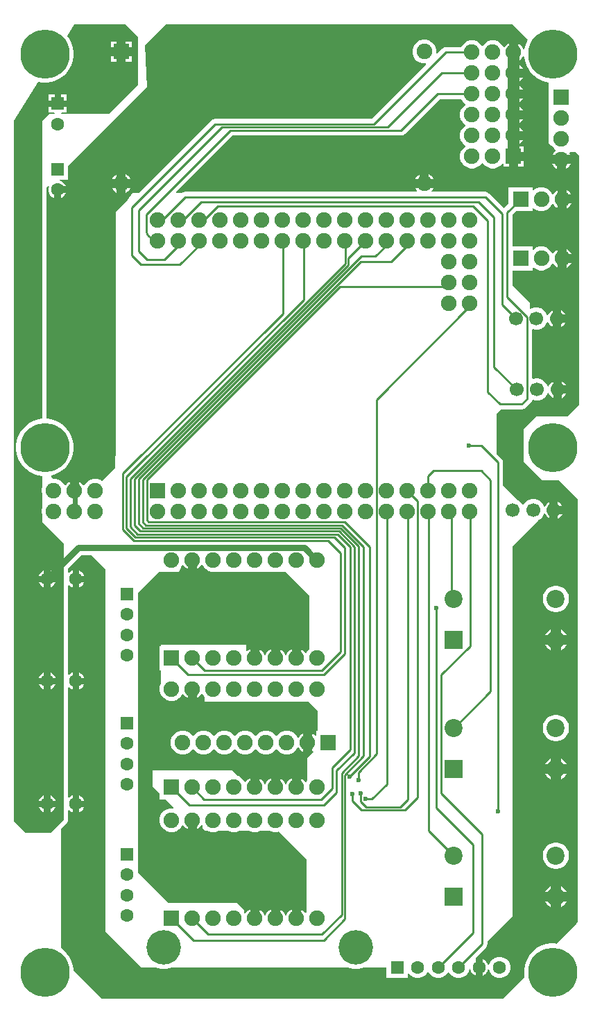
<source format=gbl>
G04*
G04 #@! TF.GenerationSoftware,Altium Limited,Altium Designer,24.2.2 (26)*
G04*
G04 Layer_Physical_Order=2*
G04 Layer_Color=16711680*
%FSLAX43Y43*%
%MOMM*%
G71*
G04*
G04 #@! TF.SameCoordinates,FB4AC1D3-029A-4C58-91C8-636A0C7E52CF*
G04*
G04*
G04 #@! TF.FilePolarity,Positive*
G04*
G01*
G75*
%ADD10C,0.600*%
%ADD13C,0.254*%
%ADD20C,1.700*%
%ADD32C,0.800*%
%ADD33C,1.900*%
%ADD34R,1.900X1.900*%
%ADD35C,1.600*%
%ADD36R,1.600X1.600*%
%ADD37R,1.900X1.900*%
%ADD38C,4.200*%
%ADD39R,1.600X1.600*%
%ADD40C,2.200*%
%ADD41R,2.200X2.200*%
%ADD42C,6.000*%
%ADD43C,0.600*%
%ADD44C,0.254*%
%ADD45C,1.400*%
G36*
X62966Y117755D02*
D01*
X62756Y117344D01*
X62586Y116820D01*
X62545Y116559D01*
X62415Y116552D01*
X62379Y116687D01*
X62214Y116973D01*
X61982Y117205D01*
X61764Y117331D01*
Y116205D01*
X60664D01*
Y117331D01*
X60446Y117205D01*
X60214Y116973D01*
X60133Y116832D01*
X59986D01*
X59834Y117095D01*
X59564Y117365D01*
X59564Y117365D01*
X59234Y117556D01*
X58865Y117655D01*
X58483D01*
X58114Y117556D01*
X57784Y117365D01*
X57514Y117095D01*
X57467Y117015D01*
X57340D01*
X57294Y117095D01*
X57024Y117365D01*
X56694Y117556D01*
X56325Y117655D01*
X55943D01*
X55574Y117556D01*
X55244Y117365D01*
X54974Y117095D01*
X54829Y116844D01*
X52959D01*
X52714Y116796D01*
X52507Y116657D01*
X51892Y116042D01*
X51830Y116077D01*
X51785Y116115D01*
Y116485D01*
X51686Y116854D01*
X51495Y117184D01*
X51225Y117454D01*
X50895Y117645D01*
X50526Y117744D01*
X50144D01*
X49775Y117645D01*
X49445Y117454D01*
X49175Y117184D01*
X48984Y116854D01*
X48885Y116485D01*
Y116103D01*
X48984Y115734D01*
X49175Y115404D01*
X49445Y115134D01*
X49775Y114943D01*
X50144Y114844D01*
X50514D01*
X50552Y114799D01*
X50587Y114737D01*
X43927Y108077D01*
X24761D01*
X24516Y108029D01*
X24309Y107890D01*
X15479Y99060D01*
X14732D01*
X14097Y98171D01*
X12637Y96711D01*
Y66993D01*
X12573Y66929D01*
Y65532D01*
X10983Y63942D01*
X10720Y64094D01*
X10351Y64193D01*
X9969D01*
X9600Y64094D01*
X9270Y63903D01*
X9000Y63633D01*
X8848Y63370D01*
X8701D01*
X8620Y63511D01*
X8387Y63743D01*
X8170Y63869D01*
Y62743D01*
X7070D01*
Y63869D01*
X6852Y63743D01*
X6620Y63511D01*
X6539Y63370D01*
X6392D01*
X6240Y63633D01*
X5970Y63903D01*
X5640Y64094D01*
X5271Y64193D01*
X5022D01*
X4754Y64461D01*
X4793Y64582D01*
X4820Y64586D01*
X5344Y64756D01*
X5834Y65007D01*
X6280Y65330D01*
X6670Y65720D01*
X6993Y66166D01*
X7244Y66656D01*
X7414Y67180D01*
X7500Y67725D01*
Y68275D01*
X7414Y68820D01*
X7244Y69344D01*
X6993Y69834D01*
X6670Y70280D01*
X6280Y70670D01*
X5834Y70993D01*
X5344Y71244D01*
X4820Y71414D01*
X4275Y71500D01*
X4193D01*
Y99697D01*
X4395Y99899D01*
X4509Y99833D01*
X4448Y99606D01*
Y99316D01*
X4523Y99036D01*
X4668Y98786D01*
X4873Y98581D01*
X5123Y98436D01*
X5148Y98429D01*
Y99461D01*
X5548D01*
Y99861D01*
X6580D01*
X6573Y99886D01*
X6428Y100136D01*
X6223Y100341D01*
X5973Y100486D01*
X5794Y100534D01*
X5810Y100661D01*
X6848D01*
Y102352D01*
X16447Y111951D01*
X16256Y117094D01*
X18796Y119634D01*
X61087D01*
X62966Y117755D01*
D02*
G37*
G36*
X15367Y118110D02*
Y112268D01*
X11811Y108712D01*
X5988D01*
X5985Y108715D01*
X6043Y108842D01*
X6688D01*
Y109542D01*
X5588D01*
X4488D01*
Y108842D01*
X5133D01*
X5191Y108715D01*
X5188Y108712D01*
X4572D01*
X3683Y107823D01*
Y71493D01*
X3180Y71414D01*
X2656Y71244D01*
X2166Y70993D01*
X1720Y70670D01*
X1330Y70280D01*
X1007Y69834D01*
X756Y69344D01*
X586Y68820D01*
X500Y68275D01*
Y67725D01*
X586Y67180D01*
X756Y66656D01*
X1007Y66166D01*
X1330Y65720D01*
X1720Y65330D01*
X2166Y65007D01*
X2656Y64756D01*
X3180Y64586D01*
X3683Y64507D01*
Y63132D01*
X3630Y62934D01*
Y62552D01*
X3683Y62354D01*
Y60592D01*
X3630Y60394D01*
Y60012D01*
X3683Y59814D01*
Y58928D01*
X4826Y57785D01*
X5207Y57404D01*
X6350Y56261D01*
Y22606D01*
X4699Y20955D01*
X1651D01*
X255Y22351D01*
Y107850D01*
X3212Y112581D01*
X3725Y112500D01*
X4275D01*
X4820Y112586D01*
X5344Y112756D01*
X5834Y113007D01*
X6280Y113330D01*
X6670Y113720D01*
X6993Y114166D01*
X7244Y114656D01*
X7414Y115180D01*
X7500Y115725D01*
Y116275D01*
X7414Y116820D01*
X7244Y117344D01*
X6993Y117834D01*
X6726Y118203D01*
X7620Y119634D01*
X13843D01*
X15367Y118110D01*
D02*
G37*
G36*
X62506Y115687D02*
X62586Y115180D01*
X62756Y114656D01*
X63007Y114166D01*
X63330Y113720D01*
X63720Y113330D01*
X64166Y113007D01*
X64656Y112756D01*
X65180Y112586D01*
X65532Y112531D01*
Y105156D01*
X65875Y104813D01*
X65901Y104769D01*
X66171Y104499D01*
X66215Y104473D01*
X66389Y104299D01*
X66373Y104173D01*
X66288Y104124D01*
D01*
X66056Y103892D01*
X65930Y103674D01*
X67056D01*
X68182D01*
X68059Y103886D01*
X68076Y103953D01*
X68101Y104013D01*
X68834D01*
X69215Y103505D01*
Y73152D01*
X67818Y71755D01*
X64008D01*
X62484Y70231D01*
Y66294D01*
X64770Y64008D01*
X66802D01*
X69088Y61722D01*
Y10144D01*
X68851Y9877D01*
X66504Y7464D01*
X66275Y7500D01*
X65725D01*
X65180Y7414D01*
X64656Y7244D01*
X64166Y6993D01*
X63720Y6670D01*
X63330Y6280D01*
X63007Y5834D01*
X62756Y5344D01*
X62586Y4820D01*
X62500Y4275D01*
Y3725D01*
X62551Y3400D01*
X59986Y762D01*
X10922D01*
X7500Y4184D01*
Y4275D01*
X7414Y4820D01*
X7244Y5344D01*
X6993Y5834D01*
X6670Y6280D01*
X6280Y6670D01*
X5969Y6896D01*
Y21504D01*
X6710Y22246D01*
X6821Y22411D01*
X6860Y22606D01*
Y23701D01*
X6987Y23754D01*
X7110Y23631D01*
X7361Y23486D01*
X7385Y23479D01*
Y24511D01*
Y25543D01*
X7361Y25536D01*
X7110Y25391D01*
X6987Y25268D01*
X6860Y25321D01*
Y38687D01*
X6987Y38740D01*
X7110Y38617D01*
X7361Y38472D01*
X7385Y38465D01*
Y39497D01*
Y40529D01*
X7361Y40522D01*
X7110Y40377D01*
X6987Y40254D01*
X6860Y40307D01*
Y51133D01*
X6987Y51186D01*
X7110Y51063D01*
X7361Y50918D01*
X7385Y50911D01*
Y51943D01*
Y52975D01*
X7361Y52968D01*
X7110Y52823D01*
X6987Y52700D01*
X6860Y52753D01*
Y53234D01*
X8485Y54858D01*
X9658D01*
X11366Y53150D01*
Y8953D01*
X15748Y4572D01*
X17572D01*
X17742Y4502D01*
X18244Y4402D01*
X18756D01*
X19258Y4502D01*
X19428Y4572D01*
X41072D01*
X41242Y4502D01*
X41744Y4402D01*
X42256D01*
X42758Y4502D01*
X42928Y4572D01*
X45723D01*
Y3272D01*
X48323D01*
Y3805D01*
X48446Y3838D01*
X48483Y3774D01*
X48725Y3532D01*
X49021Y3361D01*
X49352Y3272D01*
X49694D01*
X50025Y3361D01*
X50321Y3532D01*
X50563Y3774D01*
X50701Y4012D01*
X50845D01*
X50983Y3774D01*
X51225Y3532D01*
X51521Y3361D01*
X51852Y3272D01*
X52194D01*
X52525Y3361D01*
X52821Y3532D01*
X53063Y3774D01*
X53201Y4012D01*
X53345D01*
X53483Y3774D01*
X53725Y3532D01*
X54021Y3361D01*
X54352Y3272D01*
X54694D01*
X55025Y3361D01*
X55321Y3532D01*
X55563Y3774D01*
X55734Y4070D01*
X55811Y4355D01*
X55942D01*
X55998Y4147D01*
X56143Y3897D01*
X56348Y3692D01*
X56598Y3547D01*
X56623Y3540D01*
Y4572D01*
Y5645D01*
X56578Y5723D01*
X57856Y7001D01*
X57995Y7208D01*
X58043Y7453D01*
Y7751D01*
X61087Y10795D01*
Y55994D01*
X64205Y59112D01*
Y59112D01*
X64209Y59144D01*
X64456Y59287D01*
X64707Y59538D01*
X64885Y59846D01*
X64915Y59957D01*
X65046D01*
X65055Y59923D01*
X65207Y59661D01*
X65421Y59447D01*
X65627Y59328D01*
Y60367D01*
Y61406D01*
X65421Y61287D01*
X65207Y61073D01*
X65055Y60811D01*
X65046Y60777D01*
X64915D01*
X64885Y60888D01*
X64707Y61196D01*
X64456Y61447D01*
X64148Y61625D01*
X63805Y61717D01*
X63449D01*
X63106Y61625D01*
X62798Y61447D01*
X62547Y61196D01*
X62441Y61012D01*
X62304Y61029D01*
X62207Y61196D01*
X61956Y61447D01*
X61752Y61565D01*
X59948Y63369D01*
Y66167D01*
X59900Y66412D01*
X59761Y66619D01*
X59182Y67198D01*
Y72136D01*
X59702Y72640D01*
X62230D01*
X62475Y72688D01*
X62682Y72827D01*
X63317Y73462D01*
X63456Y73669D01*
X63468Y73732D01*
X63609Y73790D01*
X63917Y73707D01*
X64273D01*
X64616Y73799D01*
X64924Y73977D01*
X65175Y74228D01*
X65353Y74536D01*
X65383Y74647D01*
X65514D01*
X65523Y74613D01*
X65675Y74351D01*
X65889Y74137D01*
X66095Y74018D01*
Y75057D01*
Y76096D01*
X65889Y75977D01*
X65675Y75763D01*
X65523Y75501D01*
X65514Y75467D01*
X65383D01*
X65353Y75578D01*
X65175Y75886D01*
X64924Y76137D01*
X64616Y76315D01*
X64273Y76407D01*
X63917D01*
X63631Y76330D01*
X63504Y76409D01*
Y82368D01*
X63605Y82445D01*
X63830Y82385D01*
X64186D01*
X64529Y82477D01*
X64837Y82655D01*
X65088Y82906D01*
X65266Y83214D01*
X65296Y83325D01*
X65427D01*
X65436Y83291D01*
X65588Y83029D01*
X65802Y82815D01*
X66008Y82696D01*
Y83735D01*
Y84774D01*
X65802Y84655D01*
X65588Y84441D01*
X65436Y84179D01*
X65427Y84145D01*
X65296D01*
X65266Y84256D01*
X65088Y84564D01*
X64837Y84815D01*
X64529Y84993D01*
X64186Y85085D01*
X63830D01*
X63487Y84993D01*
X63289Y84879D01*
X63179Y84942D01*
Y85665D01*
X61091Y87753D01*
Y89609D01*
X63525D01*
Y89932D01*
X63642Y89981D01*
X63724Y89899D01*
X64055Y89708D01*
X64424Y89609D01*
X64805D01*
X65174Y89708D01*
X65505Y89899D01*
X65775Y90169D01*
X65931Y90439D01*
X66076Y90440D01*
X66159Y90297D01*
X66392Y90064D01*
X66610Y89938D01*
Y91064D01*
Y92190D01*
X66392Y92064D01*
X66159Y91832D01*
X66074Y91684D01*
X65928D01*
X65775Y91949D01*
X65505Y92219D01*
X65174Y92410D01*
X64805Y92509D01*
X64424D01*
X64055Y92410D01*
X63724Y92219D01*
X63642Y92137D01*
X63525Y92186D01*
Y92509D01*
X61091D01*
Y96411D01*
X61529Y96848D01*
X63525D01*
Y97171D01*
X63642Y97220D01*
X63724Y97138D01*
X64055Y96947D01*
X64424Y96848D01*
X64805D01*
X65174Y96947D01*
X65505Y97138D01*
X65775Y97408D01*
X65931Y97678D01*
X66076Y97679D01*
X66159Y97536D01*
X66392Y97303D01*
X66610Y97177D01*
Y98303D01*
Y99429D01*
X66392Y99303D01*
X66159Y99071D01*
X66074Y98923D01*
X65928D01*
X65775Y99188D01*
X65505Y99458D01*
X65174Y99649D01*
X64805Y99748D01*
X64424D01*
X64055Y99649D01*
X63724Y99458D01*
X63642Y99376D01*
X63525Y99425D01*
Y99748D01*
X60625D01*
Y97752D01*
X60057Y97184D01*
X58237Y99004D01*
X58030Y99143D01*
X57785Y99191D01*
X51271D01*
X51218Y99318D01*
X51335Y99435D01*
X51461Y99653D01*
X50335D01*
X49209D01*
X49335Y99435D01*
X49452Y99318D01*
X49399Y99191D01*
X21096D01*
X20851Y99143D01*
X20728Y99060D01*
X20120D01*
X20071Y99177D01*
X26935Y106041D01*
X47498D01*
X47743Y106089D01*
X47950Y106228D01*
X52208Y110486D01*
X54829D01*
X54974Y110235D01*
X55244Y109965D01*
X55324Y109919D01*
Y109791D01*
X55244Y109745D01*
X54974Y109475D01*
X54783Y109145D01*
X54684Y108776D01*
Y108394D01*
X54783Y108025D01*
X54974Y107695D01*
X55244Y107425D01*
X55324Y107379D01*
Y107252D01*
X55244Y107205D01*
X54974Y106935D01*
X54783Y106605D01*
X54684Y106236D01*
Y105854D01*
X54783Y105485D01*
X54974Y105155D01*
X55244Y104885D01*
X55324Y104839D01*
Y104712D01*
X55244Y104665D01*
X54974Y104395D01*
X54783Y104065D01*
X54684Y103696D01*
Y103314D01*
X54783Y102945D01*
X54974Y102615D01*
X55244Y102345D01*
X55574Y102154D01*
X55943Y102055D01*
X56325D01*
X56694Y102154D01*
X57024Y102345D01*
X57294Y102615D01*
X57340Y102695D01*
X57467D01*
X57514Y102615D01*
X57784Y102345D01*
X58114Y102154D01*
X58483Y102055D01*
X58865D01*
X59234Y102154D01*
X59436Y102271D01*
D01*
X59564Y102345D01*
X59834Y102615D01*
X59841Y102627D01*
X59964Y102594D01*
Y102255D01*
X60664D01*
Y103505D01*
X61214D01*
Y104055D01*
X62464D01*
Y104755D01*
X61720D01*
X61696Y104880D01*
X61982Y105045D01*
X62214Y105277D01*
X62340Y105495D01*
X61214D01*
Y106595D01*
X62340D01*
X62214Y106813D01*
X61982Y107045D01*
X61696Y107210D01*
X61549Y107249D01*
Y107381D01*
X61696Y107420D01*
X61982Y107585D01*
X62214Y107817D01*
X62340Y108035D01*
X61214D01*
Y109135D01*
X62340D01*
X62214Y109353D01*
X61982Y109585D01*
X61696Y109750D01*
X61549Y109789D01*
Y109921D01*
X61696Y109960D01*
X61982Y110125D01*
X62214Y110357D01*
X62340Y110575D01*
X61214D01*
Y111675D01*
X62340D01*
X62214Y111893D01*
X61982Y112125D01*
X61696Y112290D01*
X61549Y112329D01*
Y112461D01*
X61696Y112500D01*
X61982Y112665D01*
X62214Y112897D01*
X62340Y113115D01*
X61214D01*
Y114215D01*
X62340D01*
X62214Y114433D01*
X61982Y114665D01*
X61696Y114830D01*
X61549Y114869D01*
Y115001D01*
X61696Y115040D01*
X61982Y115205D01*
X62214Y115437D01*
X62376Y115717D01*
X62388Y115720D01*
X62506Y115687D01*
D02*
G37*
G36*
X22550Y53165D02*
X22768Y53291D01*
X23000Y53523D01*
X23083Y53667D01*
X23229Y53666D01*
X23385Y53396D01*
X23655Y53126D01*
X23985Y52935D01*
X24216Y52873D01*
X24257Y52832D01*
X33401D01*
X36322Y49911D01*
X36322Y43424D01*
X36080Y43181D01*
X35928Y42918D01*
X35781D01*
X35700Y43059D01*
X35468Y43291D01*
X35250Y43417D01*
Y42291D01*
X34150D01*
Y43417D01*
X33932Y43291D01*
X33700Y43059D01*
X33535Y42773D01*
X33496Y42626D01*
X33364D01*
X33325Y42773D01*
X33160Y43059D01*
X32928Y43291D01*
X32710Y43417D01*
Y42291D01*
X31610D01*
Y43417D01*
X31392Y43291D01*
X31160Y43059D01*
X30995Y42773D01*
X30956Y42626D01*
X30824D01*
X30785Y42773D01*
X30620Y43059D01*
X30388Y43291D01*
X30170Y43417D01*
Y42291D01*
X29070D01*
Y43417D01*
X28852Y43291D01*
X28702Y43141D01*
X28575Y43193D01*
Y43942D01*
X18288D01*
X18161Y44069D01*
Y43741D01*
X18010D01*
Y40841D01*
X18161D01*
Y39193D01*
X18109Y39103D01*
X18010Y38734D01*
Y38352D01*
X18109Y37983D01*
X18300Y37653D01*
X18570Y37383D01*
X18900Y37192D01*
X19269Y37093D01*
X19651D01*
X20020Y37192D01*
X20350Y37383D01*
X20620Y37653D01*
X20772Y37916D01*
X20919D01*
X21000Y37775D01*
X21232Y37543D01*
X21450Y37417D01*
Y38543D01*
X22550D01*
Y37417D01*
X22768Y37543D01*
X23000Y37775D01*
X23083Y37919D01*
X23229Y37918D01*
X23385Y37648D01*
X23495Y37537D01*
Y36957D01*
X36195D01*
X37338Y35814D01*
Y33454D01*
X37158D01*
Y32861D01*
X37031Y32809D01*
X36836Y33004D01*
X36618Y33130D01*
Y32004D01*
Y30878D01*
X36735Y30946D01*
X36813Y30844D01*
X36068Y30099D01*
Y27413D01*
X35928Y27170D01*
X35781D01*
X35700Y27311D01*
X35468Y27543D01*
X35250Y27669D01*
Y26543D01*
X34150D01*
Y27669D01*
X33932Y27543D01*
X33700Y27311D01*
X33535Y27025D01*
X33496Y26878D01*
X33364D01*
X33325Y27025D01*
X33160Y27311D01*
X32928Y27543D01*
X32710Y27669D01*
Y26543D01*
X31610D01*
Y27669D01*
X31392Y27543D01*
X31160Y27311D01*
X30995Y27025D01*
X30956Y26878D01*
X30824D01*
X30785Y27025D01*
X30620Y27311D01*
X30388Y27543D01*
X30170Y27669D01*
Y26543D01*
X29070D01*
Y27669D01*
X28852Y27543D01*
X28620Y27311D01*
X28539Y27170D01*
X28392D01*
X28240Y27433D01*
X27970Y27703D01*
X27640Y27894D01*
X27592Y27907D01*
X26924Y28575D01*
X17145D01*
Y26670D01*
X18010Y25805D01*
Y25093D01*
X18722D01*
X19708Y24107D01*
X19659Y24007D01*
X19644Y23991D01*
X19269D01*
X18900Y23892D01*
X18570Y23701D01*
X18300Y23431D01*
X18109Y23101D01*
X18010Y22732D01*
Y22350D01*
X18109Y21981D01*
X18300Y21651D01*
X18570Y21381D01*
X18900Y21190D01*
X19269Y21091D01*
X19651D01*
X20020Y21190D01*
X20350Y21381D01*
X20620Y21651D01*
X20772Y21914D01*
X20919D01*
X21000Y21773D01*
X21232Y21541D01*
X21450Y21415D01*
Y22541D01*
X22550D01*
Y21415D01*
X22768Y21541D01*
X23000Y21773D01*
X23083Y21917D01*
X23229Y21916D01*
X23241Y21895D01*
Y21590D01*
X23622Y21209D01*
X23943D01*
X23985Y21185D01*
X24354Y21086D01*
X24736D01*
X25105Y21185D01*
X25147Y21209D01*
X26487D01*
X26520Y21190D01*
X26889Y21091D01*
X27271D01*
X27640Y21190D01*
X27673Y21209D01*
X29027D01*
X29060Y21190D01*
X29429Y21091D01*
X29811D01*
X30180Y21190D01*
X30213Y21209D01*
X31567D01*
X31600Y21190D01*
X31969Y21091D01*
X32351D01*
X32571Y21150D01*
X35941Y17780D01*
Y11290D01*
X35889Y11236D01*
X35731Y11255D01*
X35700Y11309D01*
X35468Y11541D01*
X35250Y11667D01*
Y10541D01*
X34150D01*
Y11667D01*
X33932Y11541D01*
X33700Y11309D01*
X33535Y11023D01*
X33496Y10876D01*
X33364D01*
X33325Y11023D01*
X33160Y11309D01*
X32928Y11541D01*
X32710Y11667D01*
Y10541D01*
X31610D01*
Y11667D01*
X31392Y11541D01*
X31160Y11309D01*
X30995Y11023D01*
X30956Y10876D01*
X30824D01*
X30785Y11023D01*
X30620Y11309D01*
X30388Y11541D01*
X30170Y11667D01*
Y10541D01*
X29070D01*
Y11667D01*
X28852Y11541D01*
X28620Y11309D01*
X28539Y11168D01*
X28392D01*
X28321Y11292D01*
Y11557D01*
X27432Y12446D01*
X19050D01*
X15367Y16129D01*
Y50292D01*
X17925Y52850D01*
X19234D01*
X19269Y52841D01*
X19651D01*
X19686Y52850D01*
X20398D01*
X20590Y53371D01*
X20620Y53401D01*
X20772Y53664D01*
X20919D01*
X21000Y53523D01*
X21232Y53291D01*
X21450Y53165D01*
Y54291D01*
X22550D01*
Y53165D01*
D02*
G37*
%LPC*%
G36*
X13885Y101329D02*
Y100753D01*
X14461D01*
X14335Y100971D01*
X14103Y101203D01*
X13885Y101329D01*
D02*
G37*
G36*
X12785D02*
X12567Y101203D01*
X12335Y100971D01*
X12209Y100753D01*
X12785D01*
Y101329D01*
D02*
G37*
G36*
X14461Y99653D02*
X13885D01*
Y99077D01*
X14103Y99203D01*
X14335Y99435D01*
X14461Y99653D01*
D02*
G37*
G36*
X12785D02*
X12209D01*
X12335Y99435D01*
X12567Y99203D01*
X12785Y99077D01*
Y99653D01*
D02*
G37*
G36*
X6580Y99061D02*
X5948D01*
Y98429D01*
X5973Y98436D01*
X6223Y98581D01*
X6428Y98786D01*
X6573Y99036D01*
X6580Y99061D01*
D02*
G37*
G36*
X14585Y117544D02*
X13885D01*
Y116844D01*
X14585D01*
Y117544D01*
D02*
G37*
G36*
X12785D02*
X12085D01*
Y116844D01*
X12785D01*
Y117544D01*
D02*
G37*
G36*
X14585Y115744D02*
X13885D01*
Y115044D01*
X14585D01*
Y115744D01*
D02*
G37*
G36*
X12785D02*
X12085D01*
Y115044D01*
X12785D01*
Y115744D01*
D02*
G37*
G36*
X6688Y111042D02*
X5988D01*
Y110342D01*
X6688D01*
Y111042D01*
D02*
G37*
G36*
X5188D02*
X4488D01*
Y110342D01*
X5188D01*
Y111042D01*
D02*
G37*
G36*
X4686Y52975D02*
Y52343D01*
X5317D01*
X5311Y52368D01*
X5166Y52618D01*
X4961Y52823D01*
X4710Y52968D01*
X4686Y52975D01*
D02*
G37*
G36*
X3885D02*
X3861Y52968D01*
X3610Y52823D01*
X3405Y52618D01*
X3260Y52368D01*
X3254Y52343D01*
X3885D01*
Y52975D01*
D02*
G37*
G36*
X5317Y51543D02*
X4686D01*
Y50911D01*
X4710Y50918D01*
X4961Y51063D01*
X5166Y51268D01*
X5311Y51518D01*
X5317Y51543D01*
D02*
G37*
G36*
X3885D02*
X3254D01*
X3260Y51518D01*
X3405Y51268D01*
X3610Y51063D01*
X3861Y50918D01*
X3885Y50911D01*
Y51543D01*
D02*
G37*
G36*
X4686Y40529D02*
Y39897D01*
X5317D01*
X5311Y39922D01*
X5166Y40172D01*
X4961Y40377D01*
X4710Y40522D01*
X4686Y40529D01*
D02*
G37*
G36*
X3885D02*
X3861Y40522D01*
X3610Y40377D01*
X3405Y40172D01*
X3260Y39922D01*
X3254Y39897D01*
X3885D01*
Y40529D01*
D02*
G37*
G36*
X5317Y39097D02*
X4686D01*
Y38465D01*
X4710Y38472D01*
X4961Y38617D01*
X5166Y38822D01*
X5311Y39072D01*
X5317Y39097D01*
D02*
G37*
G36*
X3885D02*
X3254D01*
X3260Y39072D01*
X3405Y38822D01*
X3610Y38617D01*
X3861Y38472D01*
X3885Y38465D01*
Y39097D01*
D02*
G37*
G36*
X4686Y25543D02*
Y24911D01*
X5317D01*
X5311Y24936D01*
X5166Y25186D01*
X4961Y25391D01*
X4710Y25536D01*
X4686Y25543D01*
D02*
G37*
G36*
X3885D02*
X3861Y25536D01*
X3610Y25391D01*
X3405Y25186D01*
X3260Y24936D01*
X3254Y24911D01*
X3885D01*
Y25543D01*
D02*
G37*
G36*
X5317Y24111D02*
X4686D01*
Y23479D01*
X4710Y23486D01*
X4961Y23631D01*
X5166Y23836D01*
X5311Y24086D01*
X5317Y24111D01*
D02*
G37*
G36*
X3885D02*
X3254D01*
X3260Y24086D01*
X3405Y23836D01*
X3610Y23631D01*
X3861Y23486D01*
X3885Y23479D01*
Y24111D01*
D02*
G37*
G36*
X62464Y102955D02*
X61764D01*
Y102255D01*
X62464D01*
Y102955D01*
D02*
G37*
G36*
X68182Y102574D02*
X67606D01*
Y101998D01*
X67824Y102124D01*
X68056Y102356D01*
X68182Y102574D01*
D02*
G37*
G36*
X66506D02*
X65930D01*
X66056Y102356D01*
X66288Y102124D01*
X66506Y101998D01*
Y102574D01*
D02*
G37*
G36*
X50885Y101329D02*
Y100753D01*
X51461D01*
X51335Y100971D01*
X51103Y101203D01*
X50885Y101329D01*
D02*
G37*
G36*
X49785Y101329D02*
X49567Y101203D01*
X49335Y100971D01*
X49209Y100753D01*
X49785D01*
Y101329D01*
D02*
G37*
G36*
X67710Y99429D02*
Y98853D01*
X68285D01*
X68160Y99071D01*
X67927Y99303D01*
X67710Y99429D01*
D02*
G37*
G36*
X68285Y97753D02*
X67710D01*
Y97177D01*
X67927Y97303D01*
X68160Y97536D01*
X68285Y97753D01*
D02*
G37*
G36*
X67710Y92190D02*
Y91614D01*
X68285D01*
X68160Y91832D01*
X67927Y92064D01*
X67710Y92190D01*
D02*
G37*
G36*
X68285Y90514D02*
X67710D01*
Y89938D01*
X67927Y90064D01*
X68160Y90297D01*
X68285Y90514D01*
D02*
G37*
G36*
X67008Y84774D02*
Y84235D01*
X67547D01*
X67428Y84441D01*
X67214Y84655D01*
X67008Y84774D01*
D02*
G37*
G36*
X67547Y83235D02*
X67008D01*
Y82696D01*
X67214Y82815D01*
X67428Y83029D01*
X67547Y83235D01*
D02*
G37*
G36*
X67095Y76096D02*
Y75557D01*
X67634D01*
X67515Y75763D01*
X67301Y75977D01*
X67095Y76096D01*
D02*
G37*
G36*
X67634Y74557D02*
X67095D01*
Y74018D01*
X67301Y74137D01*
X67515Y74351D01*
X67634Y74557D01*
D02*
G37*
G36*
X66627Y61406D02*
Y60867D01*
X67166D01*
X67047Y61073D01*
X66833Y61287D01*
X66627Y61406D01*
D02*
G37*
G36*
X67166Y59867D02*
X66627D01*
Y59328D01*
X66833Y59447D01*
X67047Y59661D01*
X67166Y59867D01*
D02*
G37*
G36*
X8186Y52975D02*
Y52343D01*
X8817D01*
X8811Y52368D01*
X8666Y52618D01*
X8461Y52823D01*
X8210Y52968D01*
X8186Y52975D01*
D02*
G37*
G36*
X8817Y51543D02*
X8186D01*
Y50911D01*
X8210Y50918D01*
X8461Y51063D01*
X8666Y51268D01*
X8811Y51518D01*
X8817Y51543D01*
D02*
G37*
G36*
X66548Y51131D02*
X66233D01*
X65924Y51070D01*
X65633Y50949D01*
X65371Y50774D01*
X65148Y50551D01*
X64973Y50289D01*
X64852Y49998D01*
X64790Y49689D01*
Y49374D01*
X64852Y49065D01*
X64973Y48773D01*
X65148Y48511D01*
X65371Y48288D01*
X65633Y48113D01*
X65924Y47993D01*
X66233Y47931D01*
X66548D01*
X66857Y47993D01*
X67148Y48113D01*
X67410Y48288D01*
X67633Y48511D01*
X67808Y48773D01*
X67929Y49065D01*
X67990Y49374D01*
Y49689D01*
X67929Y49998D01*
X67808Y50289D01*
X67633Y50551D01*
X67410Y50774D01*
X67148Y50949D01*
X66857Y51070D01*
X66548Y51131D01*
D02*
G37*
G36*
X66990Y45801D02*
Y45131D01*
X67661D01*
X67511Y45391D01*
X67250Y45652D01*
X66990Y45801D01*
D02*
G37*
G36*
X65790D02*
X65531Y45652D01*
X65270Y45391D01*
X65120Y45131D01*
X65790D01*
Y45801D01*
D02*
G37*
G36*
X67661Y43931D02*
X66990D01*
Y43261D01*
X67250Y43411D01*
X67511Y43672D01*
X67661Y43931D01*
D02*
G37*
G36*
X65790D02*
X65120D01*
X65270Y43672D01*
X65531Y43411D01*
X65790Y43261D01*
Y43931D01*
D02*
G37*
G36*
X8186Y40529D02*
Y39897D01*
X8817D01*
X8811Y39922D01*
X8666Y40172D01*
X8461Y40377D01*
X8210Y40522D01*
X8186Y40529D01*
D02*
G37*
G36*
X8817Y39097D02*
X8186D01*
Y38465D01*
X8210Y38472D01*
X8461Y38617D01*
X8666Y38822D01*
X8811Y39072D01*
X8817Y39097D01*
D02*
G37*
G36*
X66548Y35372D02*
X66233D01*
X65924Y35311D01*
X65633Y35190D01*
X65371Y35015D01*
X65148Y34792D01*
X64973Y34530D01*
X64852Y34239D01*
X64790Y33930D01*
Y33614D01*
X64852Y33305D01*
X64973Y33014D01*
X65148Y32752D01*
X65371Y32529D01*
X65633Y32354D01*
X65924Y32233D01*
X66233Y32172D01*
X66548D01*
X66857Y32233D01*
X67148Y32354D01*
X67410Y32529D01*
X67633Y32752D01*
X67808Y33014D01*
X67929Y33305D01*
X67990Y33614D01*
Y33930D01*
X67929Y34239D01*
X67808Y34530D01*
X67633Y34792D01*
X67410Y35015D01*
X67148Y35190D01*
X66857Y35311D01*
X66548Y35372D01*
D02*
G37*
G36*
X66990Y30042D02*
Y29372D01*
X67661D01*
X67511Y29632D01*
X67250Y29892D01*
X66990Y30042D01*
D02*
G37*
G36*
X65790D02*
X65531Y29892D01*
X65270Y29632D01*
X65120Y29372D01*
X65790D01*
Y30042D01*
D02*
G37*
G36*
X67661Y28172D02*
X66990D01*
Y27502D01*
X67250Y27652D01*
X67511Y27912D01*
X67661Y28172D01*
D02*
G37*
G36*
X65790D02*
X65120D01*
X65270Y27912D01*
X65531Y27652D01*
X65790Y27502D01*
Y28172D01*
D02*
G37*
G36*
X8186Y25543D02*
Y24911D01*
X8817D01*
X8811Y24936D01*
X8666Y25186D01*
X8461Y25391D01*
X8210Y25536D01*
X8186Y25543D01*
D02*
G37*
G36*
X8817Y24111D02*
X8186D01*
Y23479D01*
X8210Y23486D01*
X8461Y23631D01*
X8666Y23836D01*
X8811Y24086D01*
X8817Y24111D01*
D02*
G37*
G36*
X66548Y19800D02*
X66233D01*
X65924Y19739D01*
X65633Y19618D01*
X65371Y19443D01*
X65148Y19220D01*
X64973Y18958D01*
X64852Y18667D01*
X64790Y18358D01*
Y18042D01*
X64852Y17733D01*
X64973Y17442D01*
X65148Y17180D01*
X65371Y16957D01*
X65633Y16782D01*
X65924Y16661D01*
X66233Y16600D01*
X66548D01*
X66857Y16661D01*
X67148Y16782D01*
X67410Y16957D01*
X67633Y17180D01*
X67808Y17442D01*
X67929Y17733D01*
X67990Y18042D01*
Y18358D01*
X67929Y18667D01*
X67808Y18958D01*
X67633Y19220D01*
X67410Y19443D01*
X67148Y19618D01*
X66857Y19739D01*
X66548Y19800D01*
D02*
G37*
G36*
X66990Y14470D02*
Y13800D01*
X67661D01*
X67511Y14060D01*
X67250Y14320D01*
X66990Y14470D01*
D02*
G37*
G36*
X65790D02*
X65531Y14320D01*
X65270Y14060D01*
X65120Y13800D01*
X65790D01*
Y14470D01*
D02*
G37*
G36*
X67661Y12600D02*
X66990D01*
Y11930D01*
X67250Y12080D01*
X67511Y12340D01*
X67661Y12600D01*
D02*
G37*
G36*
X65790D02*
X65120D01*
X65270Y12340D01*
X65531Y12080D01*
X65790Y11930D01*
Y12600D01*
D02*
G37*
G36*
X59694Y5872D02*
X59352D01*
X59021Y5783D01*
X58725Y5612D01*
X58483Y5370D01*
X58312Y5074D01*
X58235Y4789D01*
X58104D01*
X58048Y4997D01*
X57903Y5247D01*
X57698Y5452D01*
X57448Y5597D01*
X57423Y5604D01*
Y4572D01*
Y3540D01*
X57448Y3547D01*
X57698Y3692D01*
X57903Y3897D01*
X58048Y4147D01*
X58104Y4355D01*
X58235D01*
X58312Y4070D01*
X58483Y3774D01*
X58725Y3532D01*
X59021Y3361D01*
X59352Y3272D01*
X59694D01*
X60025Y3361D01*
X60321Y3532D01*
X60563Y3774D01*
X60734Y4070D01*
X60823Y4401D01*
Y4743D01*
X60734Y5074D01*
X60563Y5370D01*
X60321Y5612D01*
X60025Y5783D01*
X59694Y5872D01*
D02*
G37*
G36*
X31179Y33454D02*
X30797D01*
X30428Y33355D01*
X30098Y33164D01*
X29828Y32894D01*
X29781Y32814D01*
X29654D01*
X29608Y32894D01*
X29338Y33164D01*
X29008Y33355D01*
X28639Y33454D01*
X28257D01*
X27888Y33355D01*
X27558Y33164D01*
X27288Y32894D01*
X27242Y32814D01*
X27115D01*
X27068Y32894D01*
X26798Y33164D01*
X26468Y33355D01*
X26099Y33454D01*
X25717D01*
X25348Y33355D01*
X25018Y33164D01*
X24748Y32894D01*
X24701Y32814D01*
X24574D01*
X24528Y32894D01*
X24258Y33164D01*
X23928Y33355D01*
X23559Y33454D01*
X23177D01*
X22808Y33355D01*
X22478Y33164D01*
X22208Y32894D01*
X22162Y32814D01*
X22035D01*
X21988Y32894D01*
X21718Y33164D01*
X21388Y33355D01*
X21019Y33454D01*
X20637D01*
X20268Y33355D01*
X19938Y33164D01*
X19668Y32894D01*
X19477Y32564D01*
X19378Y32195D01*
Y31813D01*
X19477Y31444D01*
X19668Y31114D01*
X19938Y30844D01*
X20268Y30653D01*
X20637Y30554D01*
X21019D01*
X21388Y30653D01*
X21718Y30844D01*
X21988Y31114D01*
X22035Y31194D01*
X22162D01*
X22208Y31114D01*
X22478Y30844D01*
X22808Y30653D01*
X23177Y30554D01*
X23559D01*
X23928Y30653D01*
X24258Y30844D01*
X24528Y31114D01*
X24574Y31194D01*
X24701D01*
X24748Y31114D01*
X25018Y30844D01*
X25348Y30653D01*
X25717Y30554D01*
X26099D01*
X26468Y30653D01*
X26798Y30844D01*
X27068Y31114D01*
X27115Y31194D01*
X27242D01*
X27288Y31114D01*
X27558Y30844D01*
X27888Y30653D01*
X28257Y30554D01*
X28639D01*
X29008Y30653D01*
X29338Y30844D01*
X29608Y31114D01*
X29654Y31194D01*
X29781D01*
X29828Y31114D01*
X30098Y30844D01*
X30428Y30653D01*
X30797Y30554D01*
X31179D01*
X31548Y30653D01*
X31878Y30844D01*
X32148Y31114D01*
X32191Y31187D01*
X32318D01*
X32363Y31109D01*
X32633Y30839D01*
X32963Y30648D01*
X33332Y30549D01*
X33714D01*
X34083Y30648D01*
X34413Y30839D01*
X34683Y31109D01*
X34839Y31379D01*
X34985Y31380D01*
X35068Y31236D01*
X35300Y31004D01*
X35518Y30878D01*
Y32004D01*
Y33130D01*
X35300Y33004D01*
X35068Y32772D01*
X34983Y32624D01*
X34836D01*
X34683Y32889D01*
X34413Y33159D01*
X34083Y33350D01*
X33714Y33449D01*
X33332D01*
X32963Y33350D01*
X32633Y33159D01*
X32363Y32889D01*
X32320Y32816D01*
X32193D01*
X32148Y32894D01*
X31878Y33164D01*
X31548Y33355D01*
X31179Y33454D01*
D02*
G37*
%LPD*%
D10*
X7634Y59695D02*
Y62235D01*
D13*
X16493Y94060D02*
G03*
X16557Y93947I245J65D01*
G01*
X16401Y94513D02*
G03*
X16493Y94060I4361J642D01*
G01*
X44518Y73855D02*
X55880Y85217D01*
Y85598D01*
X44518Y30602D02*
Y73855D01*
X42291Y28375D02*
X44518Y30602D01*
X42291Y27432D02*
Y28375D01*
X49530Y25273D02*
Y61468D01*
X42661Y23749D02*
X48006D01*
X49530Y25273D01*
X41569Y24841D02*
X42661Y23749D01*
X41569Y24841D02*
Y25708D01*
X42545Y24793D02*
Y25781D01*
Y24793D02*
X43210Y24128D01*
X47341D01*
X48274Y25061D01*
X45734Y26943D02*
Y59690D01*
X43891Y25100D02*
X45734Y26943D01*
X53890Y33772D02*
X53965D01*
X58420Y38227D01*
Y64008D01*
X57277Y65151D02*
X58420Y64008D01*
X59309Y23622D02*
Y66167D01*
X51435Y65151D02*
X57277D01*
X50800Y62738D02*
Y64516D01*
X51435Y65151D01*
X43117Y25100D02*
X43891D01*
X48521Y62477D02*
X49530Y61468D01*
X48260Y62738D02*
X48521Y62477D01*
X48274Y25061D02*
X48274Y59690D01*
X47498Y106680D02*
X51943Y111125D01*
X24761Y107438D02*
X44192D01*
X15494Y96901D02*
X25652Y107059D01*
X16476Y96486D02*
X26670Y106680D01*
X47498D01*
X45845Y107059D02*
X52451Y113665D01*
X25652Y107059D02*
X45845D01*
X44192Y107438D02*
X52959Y116205D01*
X14605Y97282D02*
X24761Y107438D01*
X51943Y111125D02*
X56134D01*
X52451Y113665D02*
X56134D01*
X22127Y7874D02*
X38044D01*
X40625Y10455D01*
Y28052D01*
X41243Y27864D02*
X41244D01*
X43688Y30308D01*
X37846Y8636D02*
X40246Y11036D01*
Y28308D01*
X40625Y28052D02*
X42926Y30353D01*
X40246Y28308D02*
X42291Y30353D01*
X43688Y30308D02*
Y55880D01*
X55753Y68199D02*
X57277D01*
X59309Y66167D01*
X23905Y8636D02*
X37846D01*
X19460Y10541D02*
X22127Y7874D01*
X23524Y25019D02*
X37719D01*
X21619Y24384D02*
X38100Y24384D01*
X23450Y25093D02*
X23524Y25019D01*
X22000Y26543D02*
X23450Y25093D01*
X19460Y26543D02*
X21619Y24384D01*
X22000Y10541D02*
X23905Y8636D01*
X14431Y58297D02*
X15328Y57400D01*
X13544Y57990D02*
X14892Y56642D01*
X15328Y57400D02*
X39755D01*
X13923Y58147D02*
X15049Y57021D01*
X39372D01*
X14892Y56642D02*
X38608D01*
X50814Y21276D02*
X53890Y18200D01*
X50814Y21276D02*
Y59690D01*
X51816Y24003D02*
Y48387D01*
X15667Y57779D02*
X39912D01*
X16463Y59139D02*
X16686Y58916D01*
X15955Y58928D02*
X16346Y58537D01*
X40069Y58158D02*
X42291Y55936D01*
X16346Y58537D02*
X40269D01*
X15447Y58718D02*
X16007Y58158D01*
X39912Y57779D02*
X41783Y55908D01*
X39372Y57021D02*
X40640Y55753D01*
X16007Y58158D02*
X40069D01*
X39755Y57400D02*
X41275Y55880D01*
X40652Y58916D02*
X43688Y55880D01*
X38608Y56642D02*
X40132Y55118D01*
X16686Y58916D02*
X40652D01*
X14939Y58507D02*
X15667Y57779D01*
X40269Y58537D02*
X42926Y55880D01*
X42616Y91313D02*
X44337D01*
X15447Y64144D02*
X42616Y91313D01*
X14939Y64172D02*
X41033Y90266D01*
X14939Y58507D02*
Y64172D01*
X41033Y91071D02*
X42672Y92710D01*
X15955Y58928D02*
Y64116D01*
X15447Y58718D02*
Y64144D01*
X42517Y90678D02*
X46242D01*
X16463Y59139D02*
Y64088D01*
X40005Y87630D01*
X40654Y90423D02*
Y92710D01*
X40005Y87630D02*
X53354D01*
X14431Y58297D02*
Y64200D01*
X15955Y64116D02*
X42517Y90678D01*
X41033Y90266D02*
Y91071D01*
X42672Y92710D02*
X43194D01*
X14431Y64200D02*
X40654Y90423D01*
X13544Y57990D02*
Y64852D01*
X33034Y84342D01*
X13923Y58147D02*
Y64390D01*
X37719Y25019D02*
X39116Y26416D01*
Y28956D01*
X41275Y31115D01*
X38100Y24384D02*
X39624Y25908D01*
Y28575D02*
X41783Y30734D01*
X39624Y25908D02*
Y28575D01*
X42291Y30353D02*
Y55936D01*
X41275Y31115D02*
Y55880D01*
X40132Y43053D02*
Y55118D01*
X22000Y42291D02*
X23524Y40767D01*
X37846D01*
X40132Y43053D01*
X19460Y42291D02*
X21492Y40259D01*
X38100Y40259D01*
X40640Y42799D01*
Y55753D01*
X41783Y30734D02*
Y55908D01*
X42926Y30353D02*
Y55880D01*
X56261Y8810D02*
Y19558D01*
X52023Y4572D02*
X56261Y8810D01*
X57404Y7453D02*
Y20828D01*
X54915Y4964D02*
X57404Y7453D01*
X58092Y74750D02*
X59563Y73279D01*
X62230D02*
X62865Y73914D01*
X59563Y73279D02*
X62230D01*
X16557Y93947D02*
X16558Y93946D01*
X16401Y96411D02*
X16476Y96486D01*
X16401Y94532D02*
X16401Y94513D01*
X16401Y94532D02*
X16401Y96411D01*
X16558Y93946D02*
X16584Y93920D01*
X51816Y24003D02*
X56261Y19558D01*
X62865Y73914D02*
Y83936D01*
X58092Y74750D02*
Y95653D01*
X60452Y96675D02*
X62075Y98298D01*
X60452Y86349D02*
Y96675D01*
Y86349D02*
X62865Y83936D01*
X58854Y77798D02*
Y96086D01*
Y77798D02*
X61595Y75057D01*
X56975Y97965D02*
X58854Y96086D01*
X56288Y97457D02*
X58092Y95653D01*
X25081Y97457D02*
X56288D01*
X57785Y98552D02*
X59817Y96520D01*
Y85426D02*
Y96520D01*
X21096Y98552D02*
X57785D01*
X59817Y85426D02*
X61508Y83735D01*
X52409Y25823D02*
X57404Y20828D01*
X52409Y40311D02*
X55894Y43796D01*
X52409Y25823D02*
Y40311D01*
X55894Y43796D02*
Y59690D01*
X35574Y86041D02*
Y92710D01*
X13923Y64390D02*
X35574Y86041D01*
X33034Y84342D02*
Y92710D01*
X46242Y90678D02*
X48274Y92710D01*
X44337Y91313D02*
X45734Y92710D01*
X53622Y49799D02*
Y59422D01*
Y49799D02*
X53890Y49531D01*
X53354Y59690D02*
X53622Y59422D01*
X22874Y95250D02*
X25081Y97457D01*
X23049Y97965D02*
X56975D01*
X20334Y95250D02*
X23049Y97965D01*
X14605Y91440D02*
X15748Y90297D01*
X20461D01*
X22874Y92710D01*
X17794Y95250D02*
X21096Y98552D01*
X14605Y91440D02*
Y97282D01*
X15494Y91948D02*
X16510Y90932D01*
X18556D01*
X15494Y91948D02*
Y96901D01*
X16584Y93920D02*
X17794Y92710D01*
X52959Y116205D02*
X56134D01*
X18556Y90932D02*
X20334Y92710D01*
D20*
X63627Y60367D02*
D03*
X66127D02*
D03*
X61127D02*
D03*
X61595Y75057D02*
D03*
X66595D02*
D03*
X64095D02*
D03*
X61508Y83735D02*
D03*
X66508D02*
D03*
X64008D02*
D03*
D32*
X37149Y54291D02*
X37240D01*
X35674Y55766D02*
X37149Y54291D01*
X4286Y51943D02*
X8108Y55766D01*
X35674D01*
D33*
X27080Y38543D02*
D03*
X19460D02*
D03*
X22000D02*
D03*
X24545Y38538D02*
D03*
X29620Y38543D02*
D03*
X32160D02*
D03*
X34700D02*
D03*
X37240D02*
D03*
X27080Y26543D02*
D03*
X22000D02*
D03*
X24545Y26538D02*
D03*
X29620Y26543D02*
D03*
X32160D02*
D03*
X34700D02*
D03*
X37240D02*
D03*
X27080Y54291D02*
D03*
X19460D02*
D03*
X22000D02*
D03*
X24545Y54286D02*
D03*
X29620Y54291D02*
D03*
X32160D02*
D03*
X34700D02*
D03*
X37240D02*
D03*
X27080Y42291D02*
D03*
X22000D02*
D03*
X24545Y42286D02*
D03*
X29620Y42291D02*
D03*
X32160D02*
D03*
X34700D02*
D03*
X37240D02*
D03*
X45720Y93218D02*
D03*
X48260D02*
D03*
X50800D02*
D03*
X55880Y95758D02*
D03*
X43180D02*
D03*
X40640D02*
D03*
X38100D02*
D03*
X45720D02*
D03*
X48260D02*
D03*
X50800D02*
D03*
X53340D02*
D03*
X38100Y93218D02*
D03*
X40640D02*
D03*
X43180D02*
D03*
X17780Y95758D02*
D03*
X20320D02*
D03*
X25400D02*
D03*
X22860D02*
D03*
X33020D02*
D03*
X27940D02*
D03*
X35560D02*
D03*
X22860Y93218D02*
D03*
X20320D02*
D03*
X17780D02*
D03*
X25400D02*
D03*
X33020D02*
D03*
X30480D02*
D03*
X27940D02*
D03*
X35560D02*
D03*
X55880Y85598D02*
D03*
Y88138D02*
D03*
X53340D02*
D03*
X55880Y90678D02*
D03*
X53340D02*
D03*
Y85598D02*
D03*
X30466Y95745D02*
D03*
X53340Y93218D02*
D03*
X55880D02*
D03*
X43180Y60198D02*
D03*
X22860Y62738D02*
D03*
X20320D02*
D03*
X17780Y60198D02*
D03*
X20320D02*
D03*
X22860D02*
D03*
X25400D02*
D03*
X27940D02*
D03*
X30480D02*
D03*
X25400Y62738D02*
D03*
X27940D02*
D03*
X30480D02*
D03*
X33020Y60198D02*
D03*
X35560D02*
D03*
X38100D02*
D03*
X33020Y62738D02*
D03*
X35560D02*
D03*
X38100D02*
D03*
X40640Y60198D02*
D03*
X45720D02*
D03*
X48260D02*
D03*
X50800D02*
D03*
X53340D02*
D03*
X55880D02*
D03*
X40640Y62738D02*
D03*
X43180D02*
D03*
X45720D02*
D03*
X48260D02*
D03*
X50800D02*
D03*
X53340D02*
D03*
X55880D02*
D03*
X7620Y62743D02*
D03*
X5080D02*
D03*
X7620Y60203D02*
D03*
X10160D02*
D03*
Y62743D02*
D03*
X5080Y60203D02*
D03*
X67061Y105659D02*
D03*
X67056Y108204D02*
D03*
Y103124D02*
D03*
X30988Y32004D02*
D03*
X36068D02*
D03*
X33523Y31999D02*
D03*
X28448Y32004D02*
D03*
X25908D02*
D03*
X23368D02*
D03*
X20828D02*
D03*
X37240Y10541D02*
D03*
X34700D02*
D03*
X32160D02*
D03*
X29620D02*
D03*
X24545Y10536D02*
D03*
X22000Y10541D02*
D03*
X27080D02*
D03*
X37240Y22541D02*
D03*
X34700D02*
D03*
X32160D02*
D03*
X29620D02*
D03*
X24545Y22536D02*
D03*
X22000Y22541D02*
D03*
X19460D02*
D03*
X27080D02*
D03*
X67160Y98303D02*
D03*
X64615Y98298D02*
D03*
X61214Y108585D02*
D03*
Y106045D02*
D03*
Y111125D02*
D03*
Y113665D02*
D03*
Y116205D02*
D03*
X58674Y108585D02*
D03*
Y106045D02*
D03*
Y103505D02*
D03*
Y111125D02*
D03*
Y113665D02*
D03*
Y116205D02*
D03*
X56134Y108585D02*
D03*
Y106045D02*
D03*
Y103505D02*
D03*
Y111125D02*
D03*
Y113665D02*
D03*
Y116205D02*
D03*
X50335Y116294D02*
D03*
Y100203D02*
D03*
X13335D02*
D03*
X64615Y91059D02*
D03*
X67160Y91064D02*
D03*
D34*
X19460Y26543D02*
D03*
Y42291D02*
D03*
X17780Y62738D02*
D03*
X38608Y32004D02*
D03*
X19460Y10541D02*
D03*
X62075Y98298D02*
D03*
Y91059D02*
D03*
D35*
X59523Y4572D02*
D03*
X54523D02*
D03*
X52023D02*
D03*
X49523D02*
D03*
X57023D02*
D03*
X14000Y26881D02*
D03*
Y29381D02*
D03*
Y31881D02*
D03*
Y15879D02*
D03*
Y13379D02*
D03*
Y10879D02*
D03*
X5588Y107442D02*
D03*
X4286Y39497D02*
D03*
X7786D02*
D03*
X4286Y51943D02*
D03*
X7786D02*
D03*
X4286Y24511D02*
D03*
X7786D02*
D03*
X14000Y47629D02*
D03*
Y45129D02*
D03*
Y42629D02*
D03*
X5548Y99461D02*
D03*
D36*
X47023Y4572D02*
D03*
D37*
X67056Y110744D02*
D03*
X61214Y103505D02*
D03*
X13335Y116294D02*
D03*
D38*
X42000Y7002D02*
D03*
X18500D02*
D03*
D39*
X14000Y34381D02*
D03*
Y18379D02*
D03*
X5588Y109942D02*
D03*
X14000Y50129D02*
D03*
X5548Y101961D02*
D03*
D40*
X66390Y49531D02*
D03*
X53890D02*
D03*
X66390Y44531D02*
D03*
X66390Y18200D02*
D03*
X53890D02*
D03*
X66390Y13200D02*
D03*
Y28772D02*
D03*
X53890Y33772D02*
D03*
X66390D02*
D03*
D41*
X53890Y44531D02*
D03*
X53890Y13200D02*
D03*
Y28772D02*
D03*
D42*
X66000Y68000D02*
D03*
X4000Y116000D02*
D03*
Y68000D02*
D03*
X66000Y116000D02*
D03*
X4000Y4000D02*
D03*
X66000D02*
D03*
D43*
X10500Y14000D02*
D03*
Y8750D02*
D03*
X14000Y5250D02*
D03*
X19250Y3250D02*
D03*
X30500D02*
D03*
X27250D02*
D03*
X23250D02*
D03*
X25000Y112500D02*
D03*
X40000D02*
D03*
X45000D02*
D03*
X42500Y115000D02*
D03*
X45000Y102500D02*
D03*
X42500D02*
D03*
X37500D02*
D03*
X32500D02*
D03*
X27500D02*
D03*
X22500Y110000D02*
D03*
X27500D02*
D03*
X32500D02*
D03*
X40000D02*
D03*
X35000Y112500D02*
D03*
X30000D02*
D03*
X22500D02*
D03*
X37500Y115000D02*
D03*
X32500D02*
D03*
X25000D02*
D03*
X20000D02*
D03*
X7500Y50000D02*
D03*
Y47500D02*
D03*
Y45000D02*
D03*
X10000D02*
D03*
Y47500D02*
D03*
Y50000D02*
D03*
Y40000D02*
D03*
Y37500D02*
D03*
Y35000D02*
D03*
Y32500D02*
D03*
Y30000D02*
D03*
X7500D02*
D03*
Y27500D02*
D03*
X10000D02*
D03*
Y25000D02*
D03*
Y22500D02*
D03*
Y20000D02*
D03*
X7500D02*
D03*
X43117Y25100D02*
D03*
X41569Y25708D02*
D03*
X42545Y25781D02*
D03*
X41243Y27864D02*
D03*
X42291Y27432D02*
D03*
X55753Y68199D02*
D03*
X59309Y23622D02*
D03*
X51816Y48387D02*
D03*
D44*
X16401Y94532D02*
D03*
D45*
X61214Y113665D02*
Y116205D01*
Y111125D02*
Y113665D01*
Y108585D02*
Y111125D01*
Y106045D02*
Y108585D01*
Y103505D02*
Y106045D01*
M02*

</source>
